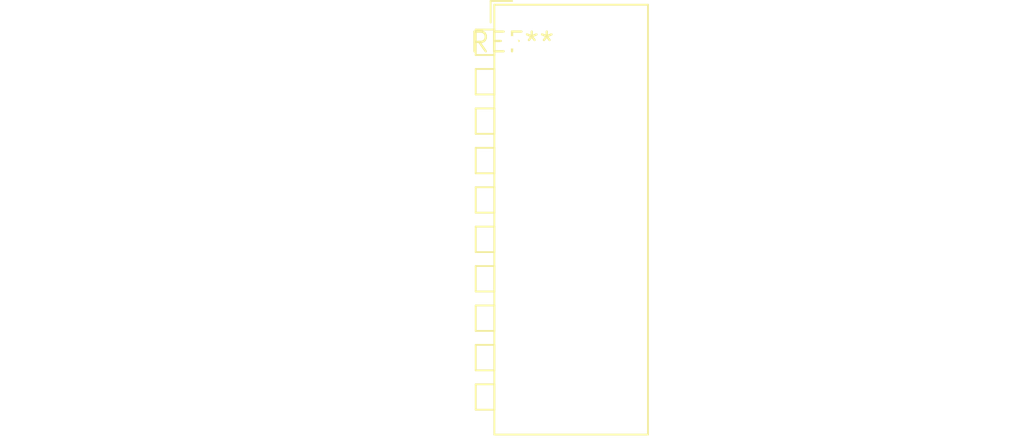
<source format=kicad_pcb>
(kicad_pcb (version 20240108) (generator pcbnew)
  (layers (0 "F.Cu" signal) (31 "B.Cu" signal) (34 "B.Paste" user) (35 "F.Paste" user) (36 "B.SilkS" user "B.Silkscreen") (37 "F.SilkS" user "F.Silkscreen") (38 "B.Mask" user) (39 "F.Mask" user) (44 "Edge.Cuts" user))
  (net 0 "")
  (footprint "SW_DIP_SPSTx10_Piano_CTS_Series194-10MSTN_W7.62mm_P2.54mm" (layer "F.Cu") (at 0 0)
    (property "Reference" "REF**")
    (property "Value" "SW_DIP_SPSTx10_Piano_CTS_Series194-10MSTN_W7.62mm_P2.54mm")
    (fp_line (start -2.34 -0.82) (end -2.34 0.82) (layer "F.SilkS") (stroke (width 0.12)))
    (fp_line (start -2.34 -0.82) (end -1.14 -0.82) (layer "F.SilkS") (stroke (width 0.12)))
    (fp_line (start -2.34 0.82) (end -1.14 0.82) (layer "F.SilkS") (stroke (width 0.12)))
    (fp_line (start -2.34 1.72) (end -2.34 3.361) (layer "F.SilkS") (stroke (width 0.12)))
    (fp_line (start -2.34 1.72) (end -1.14 1.72) (layer "F.SilkS") (stroke (width 0.12)))
    (fp_line (start -2.34 3.361) (end -1.14 3.361) (layer "F.SilkS") (stroke (width 0.12)))
    (fp_line (start -2.34 4.261) (end -2.34 5.9) (layer "F.SilkS") (stroke (width 0.12)))
    (fp_line (start -2.34 4.261) (end -1.14 4.261) (layer "F.SilkS") (stroke (width 0.12)))
    (fp_line (start -2.34 5.9) (end -1.14 5.9) (layer "F.SilkS") (stroke (width 0.12)))
    (fp_line (start -2.34 6.801) (end -2.34 8.441) (layer "F.SilkS") (stroke (width 0.12)))
    (fp_line (start -2.34 6.801) (end -1.14 6.801) (layer "F.SilkS") (stroke (width 0.12)))
    (fp_line (start -2.34 8.441) (end -1.14 8.441) (layer "F.SilkS") (stroke (width 0.12)))
    (fp_line (start -2.34 9.34) (end -2.34 10.98) (layer "F.SilkS") (stroke (width 0.12)))
    (fp_line (start -2.34 9.34) (end -1.14 9.34) (layer "F.SilkS") (stroke (width 0.12)))
    (fp_line (start -2.34 10.98) (end -1.14 10.98) (layer "F.SilkS") (stroke (width 0.12)))
    (fp_line (start -2.34 11.88) (end -2.34 13.52) (layer "F.SilkS") (stroke (width 0.12)))
    (fp_line (start -2.34 11.88) (end -1.14 11.88) (layer "F.SilkS") (stroke (width 0.12)))
    (fp_line (start -2.34 13.52) (end -1.14 13.52) (layer "F.SilkS") (stroke (width 0.12)))
    (fp_line (start -2.34 14.42) (end -2.34 16.06) (layer "F.SilkS") (stroke (width 0.12)))
    (fp_line (start -2.34 14.42) (end -1.14 14.42) (layer "F.SilkS") (stroke (width 0.12)))
    (fp_line (start -2.34 16.06) (end -1.14 16.06) (layer "F.SilkS") (stroke (width 0.12)))
    (fp_line (start -2.34 16.96) (end -2.34 18.6) (layer "F.SilkS") (stroke (width 0.12)))
    (fp_line (start -2.34 16.96) (end -1.14 16.96) (layer "F.SilkS") (stroke (width 0.12)))
    (fp_line (start -2.34 18.6) (end -1.14 18.6) (layer "F.SilkS") (stroke (width 0.12)))
    (fp_line (start -2.34 19.5) (end -2.34 21.14) (layer "F.SilkS") (stroke (width 0.12)))
    (fp_line (start -2.34 19.5) (end -1.14 19.5) (layer "F.SilkS") (stroke (width 0.12)))
    (fp_line (start -2.34 21.14) (end -1.14 21.14) (layer "F.SilkS") (stroke (width 0.12)))
    (fp_line (start -2.34 22.04) (end -2.34 23.68) (layer "F.SilkS") (stroke (width 0.12)))
    (fp_line (start -2.34 22.04) (end -1.14 22.04) (layer "F.SilkS") (stroke (width 0.12)))
    (fp_line (start -2.34 23.68) (end -1.14 23.68) (layer "F.SilkS") (stroke (width 0.12)))
    (fp_line (start -1.38 -2.66) (end -1.38 -1.277) (layer "F.SilkS") (stroke (width 0.12)))
    (fp_line (start -1.38 -2.66) (end 0.004 -2.66) (layer "F.SilkS") (stroke (width 0.12)))
    (fp_line (start -1.14 -2.42) (end -1.14 25.28) (layer "F.SilkS") (stroke (width 0.12)))
    (fp_line (start -1.14 -2.42) (end 8.76 -2.42) (layer "F.SilkS") (stroke (width 0.12)))
    (fp_line (start -1.14 -0.82) (end -1.14 0.82) (layer "F.SilkS") (stroke (width 0.12)))
    (fp_line (start -1.14 1.72) (end -1.14 3.361) (layer "F.SilkS") (stroke (width 0.12)))
    (fp_line (start -1.14 4.261) (end -1.14 5.9) (layer "F.SilkS") (stroke (width 0.12)))
    (fp_line (start -1.14 6.801) (end -1.14 8.441) (layer "F.SilkS") (stroke (width 0.12)))
    (fp_line (start -1.14 9.34) (end -1.14 10.98) (layer "F.SilkS") (stroke (width 0.12)))
    (fp_line (start -1.14 11.88) (end -1.14 13.52) (layer "F.SilkS") (stroke (width 0.12)))
    (fp_line (start -1.14 14.42) (end -1.14 16.06) (layer "F.SilkS") (stroke (width 0.12)))
    (fp_line (start -1.14 16.96) (end -1.14 18.6) (layer "F.SilkS") (stroke (width 0.12)))
    (fp_line (start -1.14 19.5) (end -1.14 21.14) (layer "F.SilkS") (stroke (width 0.12)))
    (fp_line (start -1.14 22.04) (end -1.14 23.68) (layer "F.SilkS") (stroke (width 0.12)))
    (fp_line (start -1.14 25.28) (end 8.76 25.28) (layer "F.SilkS") (stroke (width 0.12)))
    (fp_line (start 8.76 -2.42) (end 8.76 25.28) (layer "F.SilkS") (stroke (width 0.12)))
    (pad "1" thru_hole rect (at 0 0) (size 1.6 1.6) (drill 0.8) (layers *.Cu *.Mask) (remove_unused_layers))
    (pad "2" thru_hole oval (at 0 2.54) (size 1.6 1.6) (drill 0.8) (layers *.Cu *.Mask) (remove_unused_layers))
    (pad "3" thru_hole oval (at 0 5.08) (size 1.6 1.6) (drill 0.8) (layers *.Cu *.Mask) (remove_unused_layers))
    (pad "4" thru_hole oval (at 0 7.62) (size 1.6 1.6) (drill 0.8) (layers *.Cu *.Mask) (remove_unused_layers))
    (pad "5" thru_hole oval (at 0 10.16) (size 1.6 1.6) (drill 0.8) (layers *.Cu *.Mask) (remove_unused_layers))
    (pad "6" thru_hole oval (at 0 12.7) (size 1.6 1.6) (drill 0.8) (layers *.Cu *.Mask) (remove_unused_layers))
    (pad "7" thru_hole oval (at 0 15.24) (size 1.6 1.6) (drill 0.8) (layers *.Cu *.Mask) (remove_unused_layers))
    (pad "8" thru_hole oval (at 0 17.78) (size 1.6 1.6) (drill 0.8) (layers *.Cu *.Mask) (remove_unused_layers))
    (pad "9" thru_hole oval (at 0 20.32) (size 1.6 1.6) (drill 0.8) (layers *.Cu *.Mask) (remove_unused_layers))
    (pad "10" thru_hole oval (at 0 22.86) (size 1.6 1.6) (drill 0.8) (layers *.Cu *.Mask) (remove_unused_layers))
    (pad "11" thru_hole oval (at 7.62 22.86) (size 1.6 1.6) (drill 0.8) (layers *.Cu *.Mask) (remove_unused_layers))
    (pad "12" thru_hole oval (at 7.62 20.32) (size 1.6 1.6) (drill 0.8) (layers *.Cu *.Mask) (remove_unused_layers))
    (pad "13" thru_hole oval (at 7.62 17.78) (size 1.6 1.6) (drill 0.8) (layers *.Cu *.Mask) (remove_unused_layers))
    (pad "14" thru_hole oval (at 7.62 15.24) (size 1.6 1.6) (drill 0.8) (layers *.Cu *.Mask) (remove_unused_layers))
    (pad "15" thru_hole oval (at 7.62 12.7) (size 1.6 1.6) (drill 0.8) (layers *.Cu *.Mask) (remove_unused_layers))
    (pad "16" thru_hole oval (at 7.62 10.16) (size 1.6 1.6) (drill 0.8) (layers *.Cu *.Mask) (remove_unused_layers))
    (pad "17" thru_hole oval (at 7.62 7.62) (size 1.6 1.6) (drill 0.8) (layers *.Cu *.Mask) (remove_unused_layers))
    (pad "18" thru_hole oval (at 7.62 5.08) (size 1.6 1.6) (drill 0.8) (layers *.Cu *.Mask) (remove_unused_layers))
    (pad "19" thru_hole oval (at 7.62 2.54) (size 1.6 1.6) (drill 0.8) (layers *.Cu *.Mask) (remove_unused_layers))
    (pad "20" thru_hole oval (at 7.62 0) (size 1.6 1.6) (drill 0.8) (layers *.Cu *.Mask) (remove_unused_layers))
  )
)
</source>
